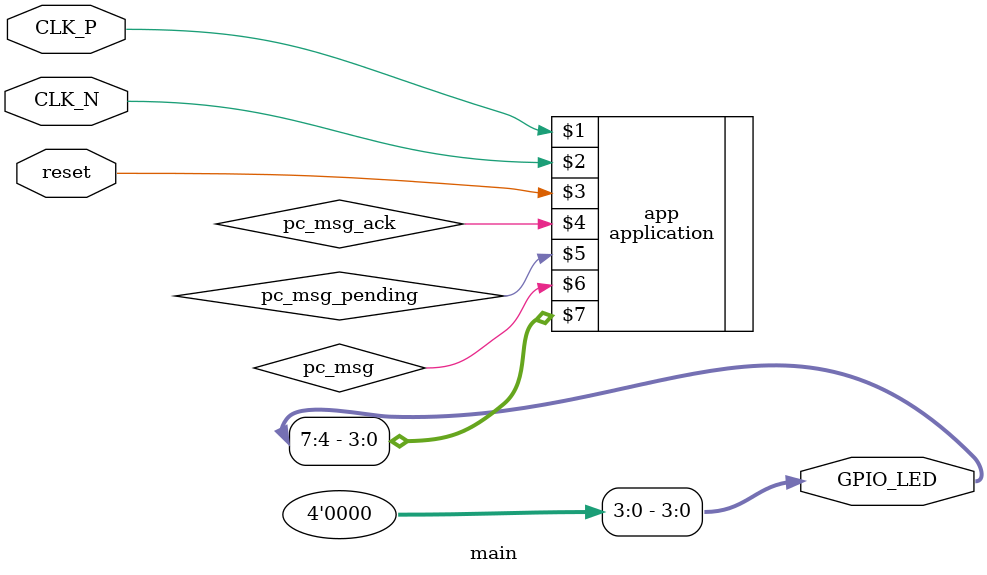
<source format=v>
module main(input CLK_P, CLK_N, reset
  , output[7:0] GPIO_LED);
  assign GPIO_LED[3:0] = {4{1'b0}};
  application#(.SIMULATION(0))
    app(CLK_P, CLK_N, reset, pc_msg_ack, pc_msg_pending, pc_msg, GPIO_LED[7:4]);
endmodule

</source>
